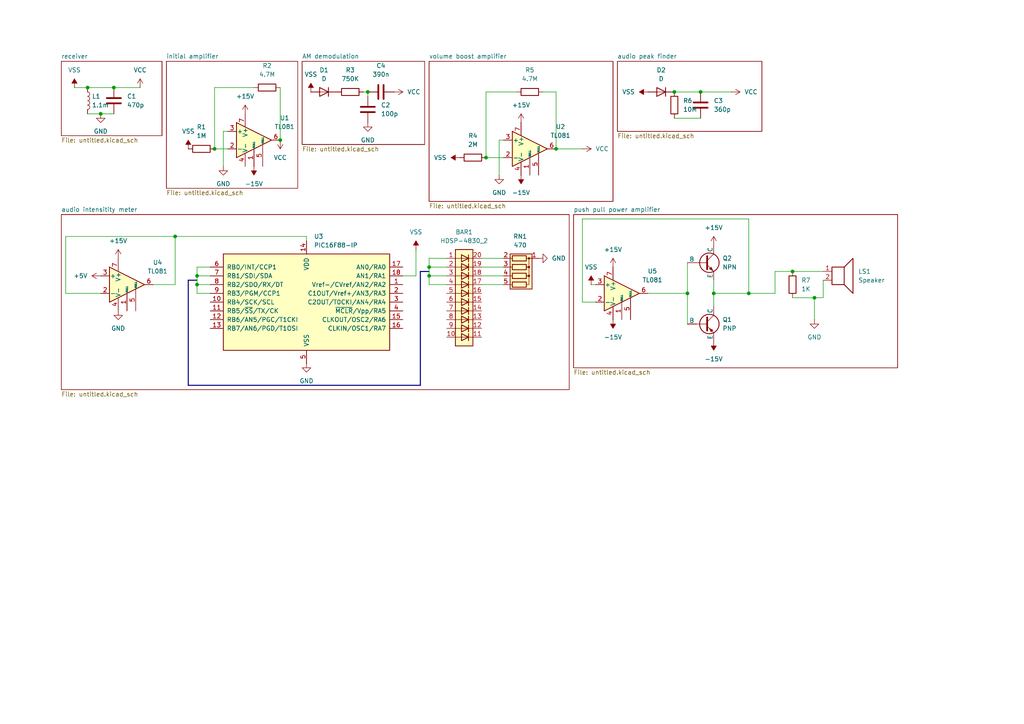
<source format=kicad_sch>
(kicad_sch (version 20250114) (generator "eeschema") (generator_version "9.0")
  (paper "A4")
  (lib_symbols
    (symbol "Amplifier_Operational:TL081" (pin_names (offset 0.127))
      (property "Reference" "U" (at 0 6.35 0))
      (property "Value" "TL081" (at 0 3.81 0))
      (symbol "TL081_0_1"
        (polyline (pts (xy -5.08 5.08) (xy 5.08 0) (xy -5.08 -5.08) (xy -5.08 5.08)) (stroke (width 0.254)) (fill (type background)))
      )
      (symbol "TL081_1_1"
        (pin input line (at -7.62 2.54 0) (length 2.54) (name "+") (number "3"))
        (pin input line (at -7.62 -2.54 0) (length 2.54) (name "-") (number "2"))
        (pin power_in line (at -2.54 7.62 270) (length 3.81) (name "V+") (number "7"))
        (pin power_in line (at -2.54 -7.62 90) (length 3.81) (name "V-") (number "4"))
        (pin no_connect line (at 0 2.54 270) (length 2.54) (hide yes) (name "NC") (number "8"))
        (pin input line (at 0 -7.62 90) (length 5.08) (name "NULL") (number "1"))
        (pin input line (at 2.54 -7.62 90) (length 6.35) (name "NULL") (number "5"))
        (pin output line (at 7.62 0 180) (length 2.54) (name "~") (number "6"))
      )
    )
    (symbol "Device:C" (pin_numbers (hide yes)) (pin_names (offset 0.254))
      (property "Reference" "C" (at 0.635 2.54 0))
      (property "Value" "C" (at 0.635 -2.54 0))
      (symbol "C_0_1"
        (polyline (pts (xy -2.032 0.762) (xy 2.032 0.762)) (stroke (width 0.508)))
        (polyline (pts (xy -2.032 -0.762) (xy 2.032 -0.762)) (stroke (width 0.508)))
      )
      (symbol "C_1_1"
        (pin passive line (at 0 3.81 270) (length 2.794) (name "~") (number "1"))
        (pin passive line (at 0 -3.81 90) (length 2.794) (name "~") (number "2"))
      )
    )
    (symbol "Device:D" (pin_numbers (hide yes)) (pin_names (offset 1.016) (hide yes))
      (property "Reference" "D" (at 0 2.54 0))
      (property "Value" "D" (at 0 -2.54 0))
      (symbol "D_0_1"
        (polyline (pts (xy -1.27 1.27) (xy -1.27 -1.27)) (stroke (width 0.254)))
        (polyline (pts (xy 1.27 1.27) (xy 1.27 -1.27) (xy -1.27 0) (xy 1.27 1.27)) (stroke (width 0.254)))
        (polyline (pts (xy 1.27 0) (xy -1.27 0)))
      )
      (symbol "D_1_1"
        (pin passive line (at -3.81 0 0) (length 2.54) (name "K") (number "1"))
        (pin passive line (at 3.81 0 180) (length 2.54) (name "A") (number "2"))
      )
    )
    (symbol "Device:L" (pin_numbers (hide yes)) (pin_names (offset 1.016) (hide yes))
      (property "Reference" "L" (at -1.27 0 90))
      (property "Value" "L" (at 1.905 0 90))
      (symbol "L_0_1"
        (arc (start 0 2.54) (mid 0.6323 1.905) (end 0 1.27))
        (arc (start 0 1.27) (mid 0.6323 0.635) (end 0 0))
        (arc (start 0 0) (mid 0.6323 -0.635) (end 0 -1.27))
        (arc (start 0 -1.27) (mid 0.6323 -1.905) (end 0 -2.54))
      )
      (symbol "L_1_1"
        (pin passive line (at 0 3.81 270) (length 1.27) (name "1") (number "1"))
        (pin passive line (at 0 -3.81 90) (length 1.27) (name "2") (number "2"))
      )
    )
    (symbol "Device:R" (pin_numbers (hide yes)) (pin_names (offset 0))
      (property "Reference" "R" (at 2.032 0 90))
      (property "Value" "R" (at 0 0 90))
      (symbol "R_0_1"
        (rectangle (start -1.016 -2.54) (end 1.016 2.54) (stroke (width 0.254)))
      )
      (symbol "R_1_1"
        (pin passive line (at 0 3.81 270) (length 1.27) (name "~") (number "1"))
        (pin passive line (at 0 -3.81 90) (length 1.27) (name "~") (number "2"))
      )
    )
    (symbol "Device:R_Network04" (pin_names (offset 0) (hide yes))
      (property "Reference" "RN" (at -7.62 0 90))
      (property "Value" "R_Network04" (at 5.08 0 90))
      (symbol "R_Network04_0_1"
        (rectangle (start -6.35 -3.175) (end 3.81 3.175) (stroke (width 0.254)) (fill (type background)))
        (rectangle (start -5.842 1.524) (end -4.318 -2.54) (stroke (width 0.254)))
        (circle (center -5.08 2.286) (radius 0.254) (fill (type outline)))
        (polyline (pts (xy -5.08 1.524) (xy -5.08 2.286) (xy -2.54 2.286) (xy -2.54 1.524)))
        (polyline (pts (xy -5.08 -2.54) (xy -5.08 -3.81)))
        (rectangle (start -3.302 1.524) (end -1.778 -2.54) (stroke (width 0.254)))
        (circle (center -2.54 2.286) (radius 0.254) (fill (type outline)))
        (polyline (pts (xy -2.54 1.524) (xy -2.54 2.286) (xy 0 2.286) (xy 0 1.524)))
        (polyline (pts (xy -2.54 -2.54) (xy -2.54 -3.81)))
        (rectangle (start -0.762 1.524) (end 0.762 -2.54) (stroke (width 0.254)))
        (circle (center 0 2.286) (radius 0.254) (fill (type outline)))
        (polyline (pts (xy 0 1.524) (xy 0 2.286) (xy 2.54 2.286) (xy 2.54 1.524)))
        (polyline (pts (xy 0 -2.54) (xy 0 -3.81)))
        (rectangle (start 1.778 1.524) (end 3.302 -2.54) (stroke (width 0.254)))
        (polyline (pts (xy 2.54 -2.54) (xy 2.54 -3.81)))
      )
      (symbol "R_Network04_1_1"
        (pin passive line (at -5.08 5.08 270) (length 2.54) (name "common") (number "1"))
        (pin passive line (at -5.08 -5.08 90) (length 1.27) (name "R1") (number "2"))
        (pin passive line (at -2.54 -5.08 90) (length 1.27) (name "R2") (number "3"))
        (pin passive line (at 0 -5.08 90) (length 1.27) (name "R3") (number "4"))
        (pin passive line (at 2.54 -5.08 90) (length 1.27) (name "R4") (number "5"))
      )
    )
    (symbol "Device:Speaker" (pin_names (offset 0) (hide yes))
      (property "Reference" "LS" (at 1.27 5.715 0))
      (property "Value" "Speaker" (at 1.27 3.81 0))
      (symbol "Speaker_0_0"
        (rectangle (start -2.54 1.27) (end 1.016 -3.81) (stroke (width 0.254)))
        (polyline (pts (xy 1.016 1.27) (xy 3.556 3.81) (xy 3.556 -6.35) (xy 1.016 -3.81)) (stroke (width 0.254)))
      )
      (symbol "Speaker_1_1"
        (pin input line (at -5.08 0 0) (length 2.54) (name "1") (number "1"))
        (pin input line (at -5.08 -2.54 0) (length 2.54) (name "2") (number "2"))
      )
    )
    (symbol "LED:HDSP-4830_2" (pin_names (offset 1.016) (hide yes))
      (property "Reference" "BAR" (at 0 15.24 0))
      (property "Value" "HDSP-4830_2" (at 0 -17.78 0))
      (symbol "HDSP-4830_2_0_1"
        (rectangle (start -2.54 12.7) (end 2.54 -15.24) (stroke (width 0.254)) (fill (type background)))
        (polyline (pts (xy -2.54 10.16) (xy 2.54 10.16)))
        (polyline (pts (xy -2.54 7.62) (xy 2.54 7.62)))
        (polyline (pts (xy -2.54 5.08) (xy 2.54 5.08)))
        (polyline (pts (xy -2.54 0) (xy 2.54 0)))
        (polyline (pts (xy -2.54 -5.08) (xy 2.54 -5.08)))
        (polyline (pts (xy -2.54 -7.62) (xy 2.54 -7.62)))
        (polyline (pts (xy -2.54 -10.16) (xy 2.54 -10.16)))
        (polyline (pts (xy -2.54 -12.7) (xy 2.54 -12.7)))
        (polyline (pts (xy -0.762 11.176) (xy -0.762 9.144) (xy 1.27 10.16) (xy -0.762 11.176)) (stroke (width 0.254)))
        (polyline (pts (xy -0.762 8.636) (xy -0.762 6.604) (xy 1.27 7.62) (xy -0.762 8.636)) (stroke (width 0.254)))
        (polyline (pts (xy -0.762 6.096) (xy -0.762 4.064) (xy 1.27 5.08) (xy -0.762 6.096)) (stroke (width 0.254)))
        (polyline (pts (xy -0.762 3.556) (xy -0.762 1.524) (xy 1.27 2.54) (xy -0.762 3.556)) (stroke (width 0.254)))
        (polyline (pts (xy -0.762 1.016) (xy -0.762 -1.016) (xy 1.27 0) (xy -0.762 1.016)) (stroke (width 0.254)))
        (polyline (pts (xy -0.762 -1.524) (xy -0.762 -3.556) (xy 1.27 -2.54) (xy -0.762 -1.524)) (stroke (width 0.254)))
        (polyline (pts (xy -0.762 -4.064) (xy -0.762 -6.096) (xy 1.27 -5.08) (xy -0.762 -4.064)) (stroke (width 0.254)))
        (polyline (pts (xy -0.762 -6.604) (xy -0.762 -8.636) (xy 1.27 -7.62) (xy -0.762 -6.604)) (stroke (width 0.254)))
        (polyline (pts (xy -0.762 -9.144) (xy -0.762 -11.176) (xy 1.27 -10.16) (xy -0.762 -9.144)) (stroke (width 0.254)))
        (polyline (pts (xy -0.762 -11.684) (xy -0.762 -13.716) (xy 1.27 -12.7) (xy -0.762 -11.684)) (stroke (width 0.254)))
        (polyline (pts (xy 1.27 11.176) (xy 1.27 9.144)) (stroke (width 0.254)))
        (polyline (pts (xy 1.27 8.636) (xy 1.27 6.604)) (stroke (width 0.254)))
        (polyline (pts (xy 1.27 6.096) (xy 1.27 4.064)) (stroke (width 0.254)))
        (polyline (pts (xy 1.27 3.556) (xy 1.27 1.524)) (stroke (width 0.254)))
        (polyline (pts (xy 1.27 1.016) (xy 1.27 -1.016)) (stroke (width 0.254)))
        (polyline (pts (xy 1.27 -1.524) (xy 1.27 -3.556)) (stroke (width 0.254)))
        (polyline (pts (xy 1.27 -4.064) (xy 1.27 -6.096)) (stroke (width 0.254)))
        (polyline (pts (xy 1.27 -6.604) (xy 1.27 -8.636)) (stroke (width 0.254)))
        (polyline (pts (xy 1.27 -9.144) (xy 1.27 -11.176)) (stroke (width 0.254)))
        (polyline (pts (xy 1.27 -11.684) (xy 1.27 -13.716)) (stroke (width 0.254)))
        (polyline (pts (xy 2.54 2.54) (xy -2.54 2.54)))
        (polyline (pts (xy 2.54 -2.54) (xy -2.54 -2.54)))
      )
      (symbol "HDSP-4830_2_1_1"
        (pin passive line (at -5.08 10.16 0) (length 2.54) (name "A") (number "1"))
        (pin passive line (at -5.08 7.62 0) (length 2.54) (name "A") (number "2"))
        (pin passive line (at -5.08 5.08 0) (length 2.54) (name "A") (number "3"))
        (pin passive line (at -5.08 2.54 0) (length 2.54) (name "A") (number "4"))
        (pin passive line (at -5.08 0 0) (length 2.54) (name "A") (number "5"))
        (pin passive line (at -5.08 -2.54 0) (length 2.54) (name "A") (number "6"))
        (pin passive line (at -5.08 -5.08 0) (length 2.54) (name "A") (number "7"))
        (pin passive line (at -5.08 -7.62 0) (length 2.54) (name "A") (number "8"))
        (pin passive line (at -5.08 -10.16 0) (length 2.54) (name "A") (number "9"))
        (pin passive line (at -5.08 -12.7 0) (length 2.54) (name "A") (number "10"))
        (pin passive line (at 5.08 10.16 180) (length 2.54) (name "K") (number "20"))
        (pin passive line (at 5.08 7.62 180) (length 2.54) (name "K") (number "19"))
        (pin passive line (at 5.08 5.08 180) (length 2.54) (name "K") (number "18"))
        (pin passive line (at 5.08 2.54 180) (length 2.54) (name "K") (number "17"))
        (pin passive line (at 5.08 0 180) (length 2.54) (name "K") (number "16"))
        (pin passive line (at 5.08 -2.54 180) (length 2.54) (name "K") (number "15"))
        (pin passive line (at 5.08 -5.08 180) (length 2.54) (name "K") (number "14"))
        (pin passive line (at 5.08 -7.62 180) (length 2.54) (name "K") (number "13"))
        (pin passive line (at 5.08 -10.16 180) (length 2.54) (name "K") (number "12"))
        (pin passive line (at 5.08 -12.7 180) (length 2.54) (name "K") (number "11"))
      )
    )
    (symbol "MCU_Microchip_PIC16:PIC16F88-IP" (pin_names (offset 1.016))
      (property "Reference" "U" (at -22.86 17.78 0))
      (property "Value" "PIC16F88-IP" (at -22.86 15.24 0))
      (symbol "PIC16F88-IP_0_1"
        (rectangle (start 24.13 13.97) (end -24.13 -13.97) (stroke (width 0.254)) (fill (type background)))
      )
      (symbol "PIC16F88-IP_1_1"
        (pin bidirectional line (at -27.94 10.16 0) (length 3.81) (name "RB0/INT/CCP1") (number "6"))
        (pin bidirectional line (at -27.94 7.62 0) (length 3.81) (name "RB1/SDI/SDA") (number "7"))
        (pin bidirectional line (at -27.94 5.08 0) (length 3.81) (name "RB2/SDO/RX/DT") (number "8"))
        (pin bidirectional line (at -27.94 2.54 0) (length 3.81) (name "RB3/PGM/CCP1") (number "9"))
        (pin bidirectional line (at -27.94 0 0) (length 3.81) (name "RB4/SCK/SCL") (number "10"))
        (pin bidirectional line (at -27.94 -2.54 0) (length 3.81) (name "RB5/~{SS}/TX/CK") (number "11"))
        (pin bidirectional line (at -27.94 -5.08 0) (length 3.81) (name "RB6/AN5/PGC/T1CKI") (number "12"))
        (pin bidirectional line (at -27.94 -7.62 0) (length 3.81) (name "RB7/AN6/PGD/T1OSI") (number "13"))
        (pin power_in line (at 0 17.78 270) (length 3.81) (name "VDD") (number "14"))
        (pin power_in line (at 0 -17.78 90) (length 3.81) (name "VSS") (number "5"))
        (pin bidirectional line (at 27.94 10.16 180) (length 3.81) (name "AN0/RA0") (number "17"))
        (pin bidirectional line (at 27.94 7.62 180) (length 3.81) (name "AN1/RA1") (number "18"))
        (pin bidirectional line (at 27.94 5.08 180) (length 3.81) (name "Vref-/CVref/AN2/RA2") (number "1"))
        (pin bidirectional line (at 27.94 2.54 180) (length 3.81) (name "C1OUT/Vref+/AN3/RA3") (number "2"))
        (pin bidirectional line (at 27.94 0 180) (length 3.81) (name "C2OUT/T0CKI/AN4/RA4") (number "3"))
        (pin input line (at 27.94 -2.54 180) (length 3.81) (name "~{MCLR}/Vpp/RA5") (number "4"))
        (pin bidirectional line (at 27.94 -5.08 180) (length 3.81) (name "CLKOUT/OSC2/RA6") (number "15"))
        (pin bidirectional line (at 27.94 -7.62 180) (length 3.81) (name "CLKIN/OSC1/RA7") (number "16"))
      )
    )
    (symbol "Simulation_SPICE:NPN" (pin_numbers (hide yes)) (pin_names (offset 0))
      (property "Reference" "Q" (at -2.54 7.62 0))
      (property "Value" "NPN" (at -2.54 5.08 0))
      (symbol "NPN_0_1"
        (polyline (pts (xy -2.54 0) (xy 0.635 0)) (stroke (width 0.1524)))
        (polyline (pts (xy 0.635 1.905) (xy 0.635 -1.905) (xy 0.635 -1.905)) (stroke (width 0.508)))
        (polyline (pts (xy 0.635 0.635) (xy 2.54 2.54)))
        (polyline (pts (xy 0.635 -0.635) (xy 2.54 -2.54) (xy 2.54 -2.54)))
        (circle (center 1.27 0) (radius 2.8194) (stroke (width 0.254)))
        (polyline (pts (xy 1.27 -1.778) (xy 1.778 -1.27) (xy 2.286 -2.286) (xy 1.27 -1.778) (xy 1.27 -1.778)) (fill (type outline)))
        (polyline (pts (xy 2.794 -1.27) (xy 2.794 -1.27)) (stroke (width 0.1524)))
        (polyline (pts (xy 2.794 -1.27) (xy 2.794 -1.27)) (stroke (width 0.1524)))
      )
      (symbol "NPN_1_1"
        (pin input line (at -5.08 0 0) (length 2.54) (name "B") (number "2"))
        (pin open_collector line (at 2.54 5.08 270) (length 2.54) (name "C") (number "1"))
        (pin open_emitter line (at 2.54 -5.08 90) (length 2.54) (name "E") (number "3"))
      )
    )
    (symbol "Simulation_SPICE:PNP" (pin_numbers (hide yes)) (pin_names (offset 0))
      (property "Reference" "Q" (at -2.54 7.62 0))
      (property "Value" "PNP" (at -2.54 5.08 0))
      (symbol "PNP_0_1"
        (polyline (pts (xy -2.54 0) (xy 0.635 0)) (stroke (width 0.1524)))
        (polyline (pts (xy 0.635 1.905) (xy 0.635 -1.905) (xy 0.635 -1.905)) (stroke (width 0.508)))
        (polyline (pts (xy 0.635 0.635) (xy 2.54 2.54)))
        (polyline (pts (xy 0.635 -0.635) (xy 2.54 -2.54) (xy 2.54 -2.54)))
        (circle (center 1.27 0) (radius 2.8194) (stroke (width 0.254)))
        (polyline (pts (xy 2.286 -1.778) (xy 1.778 -2.286) (xy 1.27 -1.27) (xy 2.286 -1.778) (xy 2.286 -1.778)) (fill (type outline)))
      )
      (symbol "PNP_1_1"
        (pin input line (at -5.08 0 0) (length 2.54) (name "B") (number "2"))
        (pin open_collector line (at 2.54 5.08 270) (length 2.54) (name "C") (number "1"))
        (pin open_emitter line (at 2.54 -5.08 90) (length 2.54) (name "E") (number "3"))
      )
    )
    (symbol "power:+15V" (power) (pin_numbers (hide yes)) (pin_names (offset 0) (hide yes))
      (property "Value" "+15V" (at 0 3.556 0))
      (symbol "+15V_0_1"
        (polyline (pts (xy -0.762 1.27) (xy 0 2.54)))
        (polyline (pts (xy 0 2.54) (xy 0.762 1.27)))
        (polyline (pts (xy 0 0) (xy 0 2.54)))
      )
      (symbol "+15V_1_1"
        (pin power_in line (at 0 0 90) (length 0) (name "~") (number "1"))
      )
    )
    (symbol "power:+5V" (power) (pin_numbers (hide yes)) (pin_names (offset 0) (hide yes))
      (property "Value" "+5V" (at 0 3.556 0))
      (symbol "+5V_0_1"
        (polyline (pts (xy -0.762 1.27) (xy 0 2.54)))
        (polyline (pts (xy 0 2.54) (xy 0.762 1.27)))
        (polyline (pts (xy 0 0) (xy 0 2.54)))
      )
      (symbol "+5V_1_1"
        (pin power_in line (at 0 0 90) (length 0) (name "~") (number "1"))
      )
    )
    (symbol "power:-15V" (power) (pin_numbers (hide yes)) (pin_names (offset 0) (hide yes))
      (property "Value" "-15V" (at 0 3.556 0))
      (symbol "-15V_0_0"
        (pin power_in line (at 0 0 90) (length 0) (name "~") (number "1"))
      )
      (symbol "-15V_0_1"
        (polyline (pts (xy 0 0) (xy 0 1.27) (xy 0.762 1.27) (xy 0 2.54) (xy -0.762 1.27) (xy 0 1.27)) (fill (type outline)))
      )
    )
    (symbol "power:GND" (power) (pin_numbers (hide yes)) (pin_names (offset 0) (hide yes))
      (property "Value" "GND" (at 0 -3.81 0))
      (symbol "GND_0_1"
        (polyline (pts (xy 0 0) (xy 0 -1.27) (xy 1.27 -1.27) (xy 0 -2.54) (xy -1.27 -1.27) (xy 0 -1.27)))
      )
      (symbol "GND_1_1"
        (pin power_in line (at 0 0 270) (length 0) (name "~") (number "1"))
      )
    )
    (symbol "power:VCC" (power) (pin_numbers (hide yes)) (pin_names (offset 0) (hide yes))
      (property "Value" "VCC" (at 0 3.556 0))
      (symbol "VCC_0_1"
        (polyline (pts (xy -0.762 1.27) (xy 0 2.54)))
        (polyline (pts (xy 0 2.54) (xy 0.762 1.27)))
        (polyline (pts (xy 0 0) (xy 0 2.54)))
      )
      (symbol "VCC_1_1"
        (pin power_in line (at 0 0 90) (length 0) (name "~") (number "1"))
      )
    )
    (symbol "power:VSS" (power) (pin_numbers (hide yes)) (pin_names (offset 0) (hide yes))
      (property "Value" "VSS" (at 0 3.556 0))
      (symbol "VSS_0_1"
        (polyline (pts (xy 0 0) (xy 0 2.54)))
        (polyline (pts (xy 0.762 1.27) (xy -0.762 1.27) (xy 0 2.54) (xy 0.762 1.27)) (fill (type outline)))
      )
      (symbol "VSS_1_1"
        (pin power_in line (at 0 0 90) (length 0) (name "~") (number "1"))
      )
    )
  )
  (junction (at 81.28 40.64))
  (junction (at 207.01 85.09))
  (junction (at 25.4 25.4))
  (junction (at 217.17 85.09))
  (junction (at 124.46 77.47))
  (junction (at 199.39 85.09))
  (junction (at 229.87 78.74))
  (junction (at 140.97 45.72))
  (junction (at 62.23 43.18))
  (junction (at 33.02 25.4))
  (junction (at 195.58 26.67))
  (junction (at 161.29 43.18))
  (junction (at 29.21 33.02))
  (junction (at 124.46 80.01))
  (junction (at 203.2 26.67))
  (junction (at 106.68 26.67))
  (junction (at 57.15 80.01))
  (junction (at 57.15 82.55))
  (junction (at 50.8 68.58))
  (junction (at 236.22 86.36))
  (wire (pts (xy 207.01 81.28) (xy 207.01 85.09)))
  (wire (pts (xy 60.96 85.09) (xy 57.15 85.09)))
  (bus (pts (xy 121.92 111.76) (xy 54.61 111.76)))
  (wire (pts (xy 238.76 81.28) (xy 238.76 86.36)))
  (wire (pts (xy 146.05 40.64) (xy 144.78 40.64)))
  (wire (pts (xy 81.28 40.64) (xy 81.28 25.4)))
  (wire (pts (xy 217.17 63.5) (xy 168.91 63.5)))
  (wire (pts (xy 168.91 87.63) (xy 172.72 87.63)))
  (wire (pts (xy 124.46 74.93) (xy 124.46 77.47)))
  (wire (pts (xy 120.65 72.39) (xy 120.65 80.01)))
  (wire (pts (xy 44.45 82.55) (xy 50.8 82.55)))
  (wire (pts (xy 171.45 82.55) (xy 172.72 82.55)))
  (wire (pts (xy 60.96 77.47) (xy 57.15 77.47)))
  (wire (pts (xy 57.15 80.01) (xy 57.15 82.55)))
  (wire (pts (xy 140.97 45.72) (xy 146.05 45.72)))
  (wire (pts (xy 224.79 78.74) (xy 229.87 78.74)))
  (wire (pts (xy 33.02 25.4) (xy 40.64 25.4)))
  (wire (pts (xy 50.8 68.58) (xy 19.05 68.58)))
  (bus (pts (xy 54.61 81.28) (xy 57.15 81.28)))
  (wire (pts (xy 195.58 26.67) (xy 203.2 26.67)))
  (wire (pts (xy 161.29 43.18) (xy 161.29 26.67)))
  (wire (pts (xy 129.54 77.47) (xy 124.46 77.47)))
  (wire (pts (xy 224.79 85.09) (xy 224.79 78.74)))
  (wire (pts (xy 73.66 25.4) (xy 62.23 25.4)))
  (wire (pts (xy 161.29 26.67) (xy 157.48 26.67)))
  (wire (pts (xy 29.21 33.02) (xy 33.02 33.02)))
  (wire (pts (xy 149.86 26.67) (xy 140.97 26.67)))
  (wire (pts (xy 187.96 85.09) (xy 199.39 85.09)))
  (wire (pts (xy 88.9 68.58) (xy 88.9 69.85)))
  (wire (pts (xy 238.76 86.36) (xy 236.22 86.36)))
  (wire (pts (xy 19.05 68.58) (xy 19.05 85.09)))
  (wire (pts (xy 236.22 86.36) (xy 229.87 86.36)))
  (wire (pts (xy 146.05 77.47) (xy 139.7 77.47)))
  (wire (pts (xy 168.91 63.5) (xy 168.91 87.63)))
  (wire (pts (xy 50.8 68.58) (xy 88.9 68.58)))
  (wire (pts (xy 50.8 82.55) (xy 50.8 68.58)))
  (wire (pts (xy 64.77 38.1) (xy 64.77 48.26)))
  (bus (pts (xy 124.46 78.74) (xy 121.92 78.74)))
  (bus (pts (xy 121.92 78.74) (xy 121.92 111.76)))
  (wire (pts (xy 236.22 86.36) (xy 236.22 92.71)))
  (wire (pts (xy 116.84 80.01) (xy 120.65 80.01)))
  (wire (pts (xy 60.96 82.55) (xy 57.15 82.55)))
  (wire (pts (xy 124.46 82.55) (xy 124.46 80.01)))
  (wire (pts (xy 144.78 40.64) (xy 144.78 50.8)))
  (wire (pts (xy 203.2 26.67) (xy 212.09 26.67)))
  (wire (pts (xy 207.01 85.09) (xy 217.17 85.09)))
  (wire (pts (xy 62.23 25.4) (xy 62.23 43.18)))
  (wire (pts (xy 66.04 38.1) (xy 64.77 38.1)))
  (wire (pts (xy 229.87 78.74) (xy 238.76 78.74)))
  (wire (pts (xy 217.17 85.09) (xy 224.79 85.09)))
  (wire (pts (xy 25.4 33.02) (xy 29.21 33.02)))
  (wire (pts (xy 19.05 85.09) (xy 29.21 85.09)))
  (wire (pts (xy 129.54 82.55) (xy 124.46 82.55)))
  (wire (pts (xy 57.15 77.47) (xy 57.15 80.01)))
  (wire (pts (xy 25.4 25.4) (xy 33.02 25.4)))
  (wire (pts (xy 146.05 74.93) (xy 139.7 74.93)))
  (wire (pts (xy 199.39 85.09) (xy 199.39 93.98)))
  (wire (pts (xy 21.59 25.4) (xy 25.4 25.4)))
  (wire (pts (xy 106.68 26.67) (xy 106.68 27.94)))
  (wire (pts (xy 57.15 80.01) (xy 60.96 80.01)))
  (wire (pts (xy 105.41 26.67) (xy 106.68 26.67)))
  (wire (pts (xy 161.29 43.18) (xy 168.91 43.18)))
  (bus (pts (xy 54.61 81.28) (xy 54.61 111.76)))
  (wire (pts (xy 207.01 85.09) (xy 207.01 88.9)))
  (wire (pts (xy 140.97 26.67) (xy 140.97 45.72)))
  (wire (pts (xy 199.39 85.09) (xy 199.39 76.2)))
  (wire (pts (xy 146.05 80.01) (xy 139.7 80.01)))
  (wire (pts (xy 146.05 82.55) (xy 139.7 82.55)))
  (wire (pts (xy 57.15 82.55) (xy 57.15 85.09)))
  (wire (pts (xy 124.46 77.47) (xy 124.46 80.01)))
  (wire (pts (xy 62.23 43.18) (xy 66.04 43.18)))
  (wire (pts (xy 129.54 74.93) (xy 124.46 74.93)))
  (wire (pts (xy 195.58 34.29) (xy 203.2 34.29)))
  (wire (pts (xy 217.17 85.09) (xy 217.17 63.5)))
  (wire (pts (xy 129.54 80.01) (xy 124.46 80.01)))
  (symbol (lib_id "Device:D") (at 191.77 26.67 180) (unit 1)
    (property "Reference" "D2" (at 191.77 20.32 0))
    (property "Value" "D" (at 191.77 22.86 0))
    (property "Description" "Diode" (effects (hide yes)))
    (property "Sim.Device" "D" (effects (hide yes)))
    (property "Sim.Pins" "1=K 2=A" (effects (hide yes)))
  )
  (symbol (lib_id "power:-15V") (at 177.8 92.71 180) (unit 1)
    (property "Reference" "#PWR030" (effects (hide yes)))
    (property "Value" "-15V" (at 177.8 97.79 0))
    (property "Description" "Power symbol creates a global label with name \"-15V\"" (effects (hide yes)))
  )
  (symbol (lib_id "power:GND") (at 156.21 74.93 90) (unit 1)
    (property "Reference" "#PWR023" (effects (hide yes)))
    (property "Value" "GND" (at 160.02 74.9299 90) (effects (justify right)))
    (property "Description" "Power symbol creates a global label with name \"GND\" , ground" (effects (hide yes)))
  )
  (symbol (lib_id "power:VCC") (at 114.3 26.67 270) (unit 1)
    (property "Reference" "#PWR020" (effects (hide yes)))
    (property "Value" "VCC" (at 118.11 26.6699 90) (effects (justify left)))
    (property "Description" "Power symbol creates a global label with name \"VCC\"" (effects (hide yes)))
  )
  (symbol (lib_id "power:VSS") (at 54.61 43.18 0) (unit 1)
    (property "Reference" "#PWR016" (effects (hide yes)))
    (property "Value" "VSS" (at 54.61 38.1 0))
    (property "Description" "Power symbol creates a global label with name \"VSS\"" (effects (hide yes)))
  )
  (symbol (lib_id "Device:R") (at 229.87 82.55 0) (unit 1)
    (property "Reference" "R7" (at 232.41 81.2799 0) (effects (justify left)))
    (property "Value" "1K" (at 232.41 83.8199 0) (effects (justify left)))
    (property "Description" "Resistor" (effects (hide yes)))
  )
  (symbol (lib_id "Device:C") (at 110.49 26.67 270) (unit 1)
    (property "Reference" "C4" (at 110.49 19.05 90))
    (property "Value" "390n" (at 110.49 21.59 90))
    (property "Description" "Unpolarized capacitor" (effects (hide yes)))
  )
  (symbol (lib_id "power:GND") (at 144.78 50.8 0) (unit 1)
    (property "Reference" "#PWR06" (effects (hide yes)))
    (property "Value" "GND" (at 144.78 55.88 0))
    (property "Description" "Power symbol creates a global label with name \"GND\" , ground" (effects (hide yes)))
  )
  (symbol (lib_id "power:-15V") (at 207.01 99.06 180) (unit 1)
    (property "Reference" "#PWR026" (effects (hide yes)))
    (property "Value" "-15V" (at 207.01 104.14 0))
    (property "Description" "Power symbol creates a global label with name \"-15V\"" (effects (hide yes)))
  )
  (symbol (lib_id "power:+15V") (at 151.13 35.56 0) (unit 1)
    (property "Reference" "#PWR07" (effects (hide yes)))
    (property "Value" "+15V" (at 151.13 30.48 0))
    (property "Description" "Power symbol creates a global label with name \"+15V\"" (effects (hide yes)))
  )
  (symbol (lib_id "power:+5V") (at 29.21 80.01 90) (unit 1)
    (property "Reference" "#PWR012" (effects (hide yes)))
    (property "Value" "+5V" (at 25.4 80.0099 90) (effects (justify left)))
    (property "Description" "Power symbol creates a global label with name \"+5V\"" (effects (hide yes)))
  )
  (symbol (lib_id "power:+15V") (at 34.29 74.93 0) (unit 1)
    (property "Reference" "#PWR010" (effects (hide yes)))
    (property "Value" "+15V" (at 34.29 69.85 0))
    (property "Description" "Power symbol creates a global label with name \"+15V\"" (effects (hide yes)))
  )
  (symbol (lib_id "power:VSS") (at 120.65 72.39 0) (unit 1)
    (property "Reference" "#PWR022" (effects (hide yes)))
    (property "Value" "VSS" (at 120.65 67.31 0))
    (property "Description" "Power symbol creates a global label with name \"VSS\"" (effects (hide yes)))
  )
  (symbol (lib_id "Device:D") (at 93.98 26.67 0) (mirror y) (unit 1)
    (property "Reference" "D1" (at 93.98 20.32 0))
    (property "Value" "D" (at 93.98 22.86 0))
    (property "Description" "Diode" (effects (hide yes)))
    (property "Sim.Device" "D" (effects (hide yes)))
    (property "Sim.Pins" "1=K 2=A" (effects (hide yes)))
  )
  (symbol (lib_id "Simulation_SPICE:PNP") (at 204.47 93.98 0) (unit 1)
    (property "Reference" "Q1" (at 209.55 92.7099 0) (effects (justify left)))
    (property "Value" "PNP" (at 209.55 95.2499 0) (effects (justify left)))
    (property "Datasheet" "https://ngspice.sourceforge.io/docs/ngspice-html-manual/manual.xhtml#cha_BJTs" (effects (hide yes)))
    (property "Description" "Bipolar transistor symbol for simulation only, substrate tied to the emitter" (effects (hide yes)))
    (property "Sim.Device" "PNP" (effects (hide yes)))
    (property "Sim.Type" "GUMMELPOON" (effects (hide yes)))
    (property "Sim.Pins" "1=C 2=B 3=E" (effects (hide yes)))
  )
  (symbol (lib_id "Device:R") (at 77.47 25.4 270) (unit 1)
    (property "Reference" "R2" (at 77.47 19.05 90))
    (property "Value" "4.7M" (at 77.47 21.59 90))
    (property "Description" "Resistor" (effects (hide yes)))
  )
  (symbol (lib_id "Device:R") (at 137.16 45.72 270) (unit 1)
    (property "Reference" "R4" (at 137.16 39.37 90))
    (property "Value" "2M" (at 137.16 41.91 90))
    (property "Description" "Resistor" (effects (hide yes)))
  )
  (symbol (lib_id "Device:Speaker") (at 243.84 78.74 0) (unit 1)
    (property "Reference" "LS1" (at 248.92 78.7399 0) (effects (justify left)))
    (property "Value" "Speaker" (at 248.92 81.2799 0) (effects (justify left)))
    (property "Description" "Speaker" (effects (hide yes)))
  )
  (symbol (lib_id "Device:R_Network04") (at 151.13 80.01 270) (unit 1)
    (property "Reference" "RN1" (at 150.876 68.58 90))
    (property "Value" "470" (at 150.876 71.12 90))
    (property "Footprint" "Resistor_THT:R_Array_SIP5" (effects (hide yes)))
    (property "Datasheet" "http://www.vishay.com/docs/31509/csc.pdf" (effects (hide yes)))
    (property "Description" "4 resistor network, star topology, bussed resistors, small symbol" (effects (hide yes)))
  )
  (symbol (lib_id "power:VSS") (at 21.59 25.4 0) (unit 1)
    (property "Reference" "#PWR017" (effects (hide yes)))
    (property "Value" "VSS" (at 21.59 20.32 0))
    (property "Description" "Power symbol creates a global label with name \"VSS\"" (effects (hide yes)))
  )
  (symbol (lib_id "power:VCC") (at 212.09 26.67 270) (unit 1)
    (property "Reference" "#PWR027" (effects (hide yes)))
    (property "Value" "VCC" (at 215.9 26.6699 90) (effects (justify left)))
    (property "Description" "Power symbol creates a global label with name \"VCC\"" (effects (hide yes)))
  )
  (symbol (lib_id "power:VCC") (at 168.91 43.18 270) (unit 1)
    (property "Reference" "#PWR021" (effects (hide yes)))
    (property "Value" "VCC" (at 172.72 43.1799 90) (effects (justify left)))
    (property "Description" "Power symbol creates a global label with name \"VCC\"" (effects (hide yes)))
  )
  (symbol (lib_id "MCU_Microchip_PIC16:PIC16F88-IP") (at 88.9 87.63 0) (unit 1)
    (property "Reference" "U3" (at 91.0433 68.58 0) (effects (justify left)))
    (property "Value" "PIC16F88-IP" (at 91.0433 71.12 0) (effects (justify left)))
    (property "Datasheet" "http://ww1.microchip.com/downloads/en/DeviceDoc/30487D.pdf" (effects (hide yes)))
    (property "Description" "PIC16F88, 4096W Flash, 368B SRAM, 256B EEPROM, DIP18" (effects (hide yes)))
  )
  (symbol (lib_id "power:GND") (at 106.68 35.56 0) (unit 1)
    (property "Reference" "#PWR05" (effects (hide yes)))
    (property "Value" "GND" (at 106.68 40.64 0))
    (property "Description" "Power symbol creates a global label with name \"GND\" , ground" (effects (hide yes)))
  )
  (symbol (lib_id "power:+15V") (at 177.8 77.47 0) (unit 1)
    (property "Reference" "#PWR029" (effects (hide yes)))
    (property "Value" "+15V" (at 177.8 72.39 0))
    (property "Description" "Power symbol creates a global label with name \"+15V\"" (effects (hide yes)))
  )
  (symbol (lib_id "Device:R") (at 195.58 30.48 0) (unit 1)
    (property "Reference" "R6" (at 198.12 29.2099 0) (effects (justify left)))
    (property "Value" "10M" (at 198.12 31.7499 0) (effects (justify left)))
    (property "Description" "Resistor" (effects (hide yes)))
  )
  (symbol (lib_id "Device:L") (at 25.4 29.21 0) (unit 1)
    (property "Reference" "L1" (at 26.67 27.9399 0) (effects (justify left)))
    (property "Value" "1.1m" (at 26.67 30.4799 0) (effects (justify left)))
    (property "Description" "Inductor" (effects (hide yes)))
  )
  (symbol (lib_id "power:-15V") (at 73.66 48.26 0) (mirror x) (unit 1)
    (property "Reference" "#PWR03" (effects (hide yes)))
    (property "Value" "-15V" (at 73.66 53.34 0))
    (property "Description" "Power symbol creates a global label with name \"-15V\"" (effects (hide yes)))
  )
  (symbol (lib_id "power:GND") (at 88.9 105.41 0) (unit 1)
    (property "Reference" "#PWR09" (effects (hide yes)))
    (property "Value" "GND" (at 88.9 110.49 0))
    (property "Description" "Power symbol creates a global label with name \"GND\" , ground" (effects (hide yes)))
  )
  (symbol (lib_id "Simulation_SPICE:NPN") (at 204.47 76.2 0) (unit 1)
    (property "Reference" "Q2" (at 209.55 74.9299 0) (effects (justify left)))
    (property "Value" "NPN" (at 209.55 77.4699 0) (effects (justify left)))
    (property "Datasheet" "https://ngspice.sourceforge.io/docs/ngspice-html-manual/manual.xhtml#cha_BJTs" (effects (hide yes)))
    (property "Description" "Bipolar transistor symbol for simulation only, substrate tied to the emitter" (effects (hide yes)))
    (property "Sim.Device" "NPN" (effects (hide yes)))
    (property "Sim.Type" "GUMMELPOON" (effects (hide yes)))
    (property "Sim.Pins" "1=C 2=B 3=E" (effects (hide yes)))
  )
  (symbol (lib_id "power:+15V") (at 71.12 33.02 0) (unit 1)
    (property "Reference" "#PWR02" (effects (hide yes)))
    (property "Value" "+15V" (at 71.12 27.94 0))
    (property "Description" "Power symbol creates a global label with name \"+15V\"" (effects (hide yes)))
  )
  (symbol (lib_id "LED:HDSP-4830_2") (at 134.62 85.09 0) (unit 1)
    (property "Reference" "BAR1" (at 134.62 67.31 0))
    (property "Value" "HDSP-4830_2" (at 134.62 69.85 0))
    (property "Footprint" "Display:HDSP-4830" (effects (hide yes)))
    (property "Datasheet" "https://docs.broadcom.com/docs/AV02-1798EN" (effects (hide yes)))
    (property "Description" "BAR GRAPH 10 segment block, high efficiency red" (effects (hide yes)))
  )
  (symbol (lib_id "power:VCC") (at 40.64 25.4 0) (unit 1)
    (property "Reference" "#PWR018" (effects (hide yes)))
    (property "Value" "VCC" (at 40.64 20.32 0))
    (property "Description" "Power symbol creates a global label with name \"VCC\"" (effects (hide yes)))
  )
  (symbol (lib_id "Amplifier_Operational:TL081") (at 153.67 43.18 0) (unit 1)
    (property "Reference" "U2" (at 162.56 36.7598 0))
    (property "Value" "TL081" (at 162.56 39.2998 0))
    (property "Datasheet" "http://www.ti.com/lit/ds/symlink/tl081.pdf" (effects (hide yes)))
    (property "Description" "Single JFET-Input Operational Amplifiers, DIP-8/SOIC-8" (effects (hide yes)))
  )
  (symbol (lib_id "power:VSS") (at 187.96 26.67 90) (unit 1)
    (property "Reference" "#PWR013" (effects (hide yes)))
    (property "Value" "VSS" (at 184.15 26.6699 90) (effects (justify left)))
    (property "Description" "Power symbol creates a global label with name \"VSS\"" (effects (hide yes)))
  )
  (symbol (lib_id "power:VCC") (at 81.28 40.64 180) (unit 1)
    (property "Reference" "#PWR019" (effects (hide yes)))
    (property "Value" "VCC" (at 81.28 45.72 0))
    (property "Description" "Power symbol creates a global label with name \"VCC\"" (effects (hide yes)))
  )
  (symbol (lib_id "Amplifier_Operational:TL081") (at 180.34 85.09 0) (unit 1)
    (property "Reference" "U5" (at 189.23 78.6698 0))
    (property "Value" "TL081" (at 189.23 81.2098 0))
    (property "Datasheet" "http://www.ti.com/lit/ds/symlink/tl081.pdf" (effects (hide yes)))
    (property "Description" "Single JFET-Input Operational Amplifiers, DIP-8/SOIC-8" (effects (hide yes)))
  )
  (symbol (lib_id "power:VSS") (at 133.35 45.72 90) (unit 1)
    (property "Reference" "#PWR014" (effects (hide yes)))
    (property "Value" "VSS" (at 129.54 45.7199 90) (effects (justify left)))
    (property "Description" "Power symbol creates a global label with name \"VSS\"" (effects (hide yes)))
  )
  (symbol (lib_id "power:GND") (at 64.77 48.26 0) (unit 1)
    (property "Reference" "#PWR04" (effects (hide yes)))
    (property "Value" "GND" (at 64.77 53.34 0))
    (property "Description" "Power symbol creates a global label with name \"GND\" , ground" (effects (hide yes)))
  )
  (symbol (lib_id "Amplifier_Operational:TL081") (at 36.83 82.55 0) (unit 1)
    (property "Reference" "U4" (at 45.72 76.1298 0))
    (property "Value" "TL081" (at 45.72 78.6698 0))
    (property "Datasheet" "http://www.ti.com/lit/ds/symlink/tl081.pdf" (effects (hide yes)))
    (property "Description" "Single JFET-Input Operational Amplifiers, DIP-8/SOIC-8" (effects (hide yes)))
  )
  (symbol (lib_id "Device:C") (at 33.02 29.21 0) (unit 1)
    (property "Reference" "C1" (at 36.83 27.9399 0) (effects (justify left)))
    (property "Value" "470p" (at 36.83 30.4799 0) (effects (justify left)))
    (property "Description" "Unpolarized capacitor" (effects (hide yes)))
  )
  (symbol (lib_id "Device:R") (at 58.42 43.18 90) (unit 1)
    (property "Reference" "R1" (at 58.42 36.83 90))
    (property "Value" "1M" (at 58.42 39.37 90))
    (property "Description" "Resistor" (effects (hide yes)))
  )
  (symbol (lib_id "power:GND") (at 29.21 33.02 0) (unit 1)
    (property "Reference" "#PWR01" (effects (hide yes)))
    (property "Value" "GND" (at 29.21 38.1 0))
    (property "Description" "Power symbol creates a global label with name \"GND\" , ground" (effects (hide yes)))
  )
  (symbol (lib_id "Device:R") (at 101.6 26.67 90) (unit 1)
    (property "Reference" "R3" (at 101.6 20.32 90))
    (property "Value" "750K" (at 101.6 22.86 90))
    (property "Description" "Resistor" (effects (hide yes)))
  )
  (symbol (lib_id "power:VSS") (at 90.17 26.67 0) (unit 1)
    (property "Reference" "#PWR015" (effects (hide yes)))
    (property "Value" "VSS" (at 90.17 21.59 0))
    (property "Description" "Power symbol creates a global label with name \"VSS\"" (effects (hide yes)))
  )
  (symbol (lib_id "power:VSS") (at 171.45 82.55 0) (unit 1)
    (property "Reference" "#PWR028" (effects (hide yes)))
    (property "Value" "VSS" (at 171.45 77.47 0))
    (property "Description" "Power symbol creates a global label with name \"VSS\"" (effects (hide yes)))
  )
  (symbol (lib_id "power:GND") (at 236.22 92.71 0) (unit 1)
    (property "Reference" "#PWR024" (effects (hide yes)))
    (property "Value" "GND" (at 236.22 97.79 0))
    (property "Description" "Power symbol creates a global label with name \"GND\" , ground" (effects (hide yes)))
  )
  (symbol (lib_id "Amplifier_Operational:TL081") (at 73.66 40.64 0) (unit 1)
    (property "Reference" "U1" (at 82.55 34.2198 0))
    (property "Value" "TL081" (at 82.55 36.7598 0))
    (property "Datasheet" "http://www.ti.com/lit/ds/symlink/tl081.pdf" (effects (hide yes)))
    (property "Description" "Single JFET-Input Operational Amplifiers, DIP-8/SOIC-8" (effects (hide yes)))
  )
  (symbol (lib_id "Device:C") (at 203.2 30.48 0) (unit 1)
    (property "Reference" "C3" (at 207.01 29.2099 0) (effects (justify left)))
    (property "Value" "360p" (at 207.01 31.7499 0) (effects (justify left)))
    (property "Description" "Unpolarized capacitor" (effects (hide yes)))
  )
  (symbol (lib_id "Device:R") (at 153.67 26.67 270) (unit 1)
    (property "Reference" "R5" (at 153.67 20.32 90))
    (property "Value" "4.7M" (at 153.67 22.86 90))
    (property "Description" "Resistor" (effects (hide yes)))
  )
  (symbol (lib_id "power:GND") (at 34.29 90.17 0) (unit 1)
    (property "Reference" "#PWR011" (effects (hide yes)))
    (property "Value" "GND" (at 34.29 95.25 0))
    (property "Description" "Power symbol creates a global label with name \"GND\" , ground" (effects (hide yes)))
  )
  (symbol (lib_id "power:-15V") (at 151.13 50.8 180) (unit 1)
    (property "Reference" "#PWR08" (effects (hide yes)))
    (property "Value" "-15V" (at 151.13 55.88 0))
    (property "Description" "Power symbol creates a global label with name \"-15V\"" (effects (hide yes)))
  )
  (symbol (lib_id "Device:C") (at 106.68 31.75 0) (unit 1)
    (property "Reference" "C2" (at 110.49 30.4799 0) (effects (justify left)))
    (property "Value" "100p" (at 110.49 33.0199 0) (effects (justify left)))
    (property "Description" "Unpolarized capacitor" (effects (hide yes)))
  )
  (symbol (lib_id "power:+15V") (at 207.01 71.12 0) (unit 1)
    (property "Reference" "#PWR025" (effects (hide yes)))
    (property "Value" "+15V" (at 207.01 66.04 0))
    (property "Description" "Power symbol creates a global label with name \"+15V\"" (effects (hide yes)))
  )
  (sheet (at 179.07 17.78) (size 41.91 20.32) (stroke (width 0.1524))
    (property "Sheetname" "audio peak finder" (at 179.07 17.0684 0) (effects (justify left bottom)))
    (property "Sheetfile" "untitled.kicad_sch" (at 179.07 38.6846 0) (effects (justify left top)))
  )
  (sheet (at 48.26 17.78) (size 38.1 36.83) (stroke (width 0.1524))
    (property "Sheetname" "initial amplifier" (at 48.26 17.0684 0) (effects (justify left bottom)))
    (property "Sheetfile" "untitled.kicad_sch" (at 48.26 55.1946 0) (effects (justify left top)))
  )
  (sheet (at 124.46 17.78) (size 53.34 40.64) (stroke (width 0.1524))
    (property "Sheetname" "volume boost amplifier" (at 124.46 17.0684 0) (effects (justify left bottom)))
    (property "Sheetfile" "untitled.kicad_sch" (at 124.46 59.0046 0) (effects (justify left top)))
  )
  (sheet (at 166.37 62.23) (size 93.98 44.45) (stroke (width 0.1524))
    (property "Sheetname" "push pull power amplifier" (at 166.37 61.5184 0) (effects (justify left bottom)))
    (property "Sheetfile" "untitled.kicad_sch" (at 166.37 107.2646 0) (effects (justify left top)))
  )
  (sheet (at 87.63 17.78) (size 35.56 24.13) (stroke (width 0.1524))
    (property "Sheetname" "AM demodulation" (at 87.63 17.0684 0) (effects (justify left bottom)))
    (property "Sheetfile" "untitled.kicad_sch" (at 87.63 42.4946 0) (effects (justify left top)))
  )
  (sheet (at 17.78 17.78) (size 29.21 21.59) (stroke (width 0.1524))
    (property "Sheetname" "receiver" (at 17.78 17.0684 0) (effects (justify left bottom)))
    (property "Sheetfile" "untitled.kicad_sch" (at 17.78 39.9546 0) (effects (justify left top)))
  )
  (sheet (at 17.78 62.23) (size 147.32 50.8) (stroke (width 0.1524))
    (property "Sheetname" "audio intensitity meter" (at 17.78 61.5184 0) (effects (justify left bottom)))
    (property "Sheetfile" "untitled.kicad_sch" (at 17.78 113.6146 0) (effects (justify left top)))
  )
)
</source>
